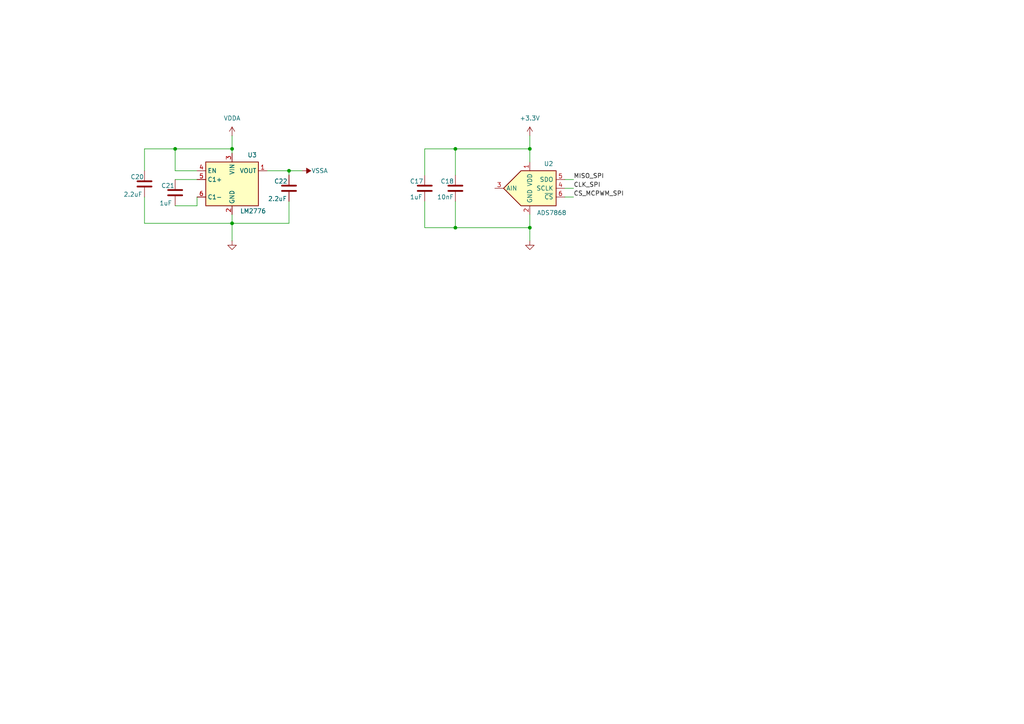
<source format=kicad_sch>
(kicad_sch
	(version 20250114)
	(generator "eeschema")
	(generator_version "9.0")
	(uuid "addd4bc6-c4ba-469d-b636-b25d3b882a28")
	(paper "A4")
	(lib_symbols
		(symbol "Analog_ADC:ADS7868"
			(pin_names
				(offset 0.762)
			)
			(exclude_from_sim no)
			(in_bom yes)
			(on_board yes)
			(property "Reference" "U"
				(at 1.27 6.35 0)
				(effects
					(font
						(size 1.27 1.27)
					)
					(justify left)
				)
			)
			(property "Value" "ADS7868"
				(at 1.27 -6.35 0)
				(effects
					(font
						(size 1.27 1.27)
					)
					(justify left)
				)
			)
			(property "Footprint" "Package_TO_SOT_SMD:TSOT-23-6"
				(at 0 -1.27 0)
				(effects
					(font
						(size 1.27 1.27)
					)
					(hide yes)
				)
			)
			(property "Datasheet" "http://www.ti.com/lit/ds/symlink/ads7866.pdf"
				(at 1.27 6.35 0)
				(effects
					(font
						(size 1.27 1.27)
					)
					(hide yes)
				)
			)
			(property "Description" "Single Channel 8-bit ADC,  100-200ksps, SPI, micro-power, SOT-23-6"
				(at 0 0 0)
				(effects
					(font
						(size 1.27 1.27)
					)
					(hide yes)
				)
			)
			(property "ki_keywords" "ADC"
				(at 0 0 0)
				(effects
					(font
						(size 1.27 1.27)
					)
					(hide yes)
				)
			)
			(property "ki_fp_filters" "*SOT?23?6*"
				(at 0 0 0)
				(effects
					(font
						(size 1.27 1.27)
					)
					(hide yes)
				)
			)
			(symbol "ADS7868_0_1"
				(polyline
					(pts
						(xy -2.54 5.08) (xy 7.62 5.08) (xy 7.62 -5.08) (xy -2.54 -5.08) (xy -7.62 0) (xy -2.54 5.08)
					)
					(stroke
						(width 0.254)
						(type default)
					)
					(fill
						(type background)
					)
				)
			)
			(symbol "ADS7868_1_1"
				(pin input line
					(at -10.16 0 0)
					(length 2.54)
					(name "AIN"
						(effects
							(font
								(size 1.27 1.27)
							)
						)
					)
					(number "3"
						(effects
							(font
								(size 1.27 1.27)
							)
						)
					)
				)
				(pin power_in line
					(at 0 7.62 270)
					(length 2.54)
					(name "VDD"
						(effects
							(font
								(size 1.27 1.27)
							)
						)
					)
					(number "1"
						(effects
							(font
								(size 1.27 1.27)
							)
						)
					)
				)
				(pin power_in line
					(at 0 -7.62 90)
					(length 2.54)
					(name "GND"
						(effects
							(font
								(size 1.27 1.27)
							)
						)
					)
					(number "2"
						(effects
							(font
								(size 1.27 1.27)
							)
						)
					)
				)
				(pin tri_state line
					(at 10.16 2.54 180)
					(length 2.54)
					(name "SDO"
						(effects
							(font
								(size 1.27 1.27)
							)
						)
					)
					(number "5"
						(effects
							(font
								(size 1.27 1.27)
							)
						)
					)
				)
				(pin input line
					(at 10.16 0 180)
					(length 2.54)
					(name "SCLK"
						(effects
							(font
								(size 1.27 1.27)
							)
						)
					)
					(number "4"
						(effects
							(font
								(size 1.27 1.27)
							)
						)
					)
				)
				(pin input line
					(at 10.16 -2.54 180)
					(length 2.54)
					(name "~{CS}"
						(effects
							(font
								(size 1.27 1.27)
							)
						)
					)
					(number "6"
						(effects
							(font
								(size 1.27 1.27)
							)
						)
					)
				)
			)
			(embedded_fonts no)
		)
		(symbol "Device:C"
			(pin_numbers
				(hide yes)
			)
			(pin_names
				(offset 0.254)
			)
			(exclude_from_sim no)
			(in_bom yes)
			(on_board yes)
			(property "Reference" "C"
				(at 0.635 2.54 0)
				(effects
					(font
						(size 1.27 1.27)
					)
					(justify left)
				)
			)
			(property "Value" "C"
				(at 0.635 -2.54 0)
				(effects
					(font
						(size 1.27 1.27)
					)
					(justify left)
				)
			)
			(property "Footprint" ""
				(at 0.9652 -3.81 0)
				(effects
					(font
						(size 1.27 1.27)
					)
					(hide yes)
				)
			)
			(property "Datasheet" "~"
				(at 0 0 0)
				(effects
					(font
						(size 1.27 1.27)
					)
					(hide yes)
				)
			)
			(property "Description" "Unpolarized capacitor"
				(at 0 0 0)
				(effects
					(font
						(size 1.27 1.27)
					)
					(hide yes)
				)
			)
			(property "ki_keywords" "cap capacitor"
				(at 0 0 0)
				(effects
					(font
						(size 1.27 1.27)
					)
					(hide yes)
				)
			)
			(property "ki_fp_filters" "C_*"
				(at 0 0 0)
				(effects
					(font
						(size 1.27 1.27)
					)
					(hide yes)
				)
			)
			(symbol "C_0_1"
				(polyline
					(pts
						(xy -2.032 0.762) (xy 2.032 0.762)
					)
					(stroke
						(width 0.508)
						(type default)
					)
					(fill
						(type none)
					)
				)
				(polyline
					(pts
						(xy -2.032 -0.762) (xy 2.032 -0.762)
					)
					(stroke
						(width 0.508)
						(type default)
					)
					(fill
						(type none)
					)
				)
			)
			(symbol "C_1_1"
				(pin passive line
					(at 0 3.81 270)
					(length 2.794)
					(name "~"
						(effects
							(font
								(size 1.27 1.27)
							)
						)
					)
					(number "1"
						(effects
							(font
								(size 1.27 1.27)
							)
						)
					)
				)
				(pin passive line
					(at 0 -3.81 90)
					(length 2.794)
					(name "~"
						(effects
							(font
								(size 1.27 1.27)
							)
						)
					)
					(number "2"
						(effects
							(font
								(size 1.27 1.27)
							)
						)
					)
				)
			)
			(embedded_fonts no)
		)
		(symbol "Regulator_SwitchedCapacitor:LM2776"
			(exclude_from_sim no)
			(in_bom yes)
			(on_board yes)
			(property "Reference" "U"
				(at -6.35 6.35 0)
				(effects
					(font
						(size 1.27 1.27)
					)
				)
			)
			(property "Value" "LM2776"
				(at 1.27 6.35 0)
				(effects
					(font
						(size 1.27 1.27)
					)
					(justify left)
				)
			)
			(property "Footprint" "Package_TO_SOT_SMD:SOT-23-6"
				(at 1.27 -8.89 0)
				(effects
					(font
						(size 1.27 1.27)
					)
					(justify left)
					(hide yes)
				)
			)
			(property "Datasheet" "http://www.ti.com/lit/ds/symlink/lm2776.pdf"
				(at -46.99 31.75 0)
				(effects
					(font
						(size 1.27 1.27)
					)
					(hide yes)
				)
			)
			(property "Description" "Switched capacitor inverter, inverts positive voltage +2.7 to +5.5V to negative, 200mA, SOT-23-6"
				(at 0 0 0)
				(effects
					(font
						(size 1.27 1.27)
					)
					(hide yes)
				)
			)
			(property "ki_keywords" "Switched capacitor inverter"
				(at 0 0 0)
				(effects
					(font
						(size 1.27 1.27)
					)
					(hide yes)
				)
			)
			(property "ki_fp_filters" "SOT?23*"
				(at 0 0 0)
				(effects
					(font
						(size 1.27 1.27)
					)
					(hide yes)
				)
			)
			(symbol "LM2776_0_1"
				(rectangle
					(start -7.62 5.08)
					(end 7.62 -7.62)
					(stroke
						(width 0.254)
						(type default)
					)
					(fill
						(type background)
					)
				)
			)
			(symbol "LM2776_1_1"
				(pin input line
					(at -10.16 2.54 0)
					(length 2.54)
					(name "EN"
						(effects
							(font
								(size 1.27 1.27)
							)
						)
					)
					(number "4"
						(effects
							(font
								(size 1.27 1.27)
							)
						)
					)
				)
				(pin passive line
					(at -10.16 0 0)
					(length 2.54)
					(name "C1+"
						(effects
							(font
								(size 1.27 1.27)
							)
						)
					)
					(number "5"
						(effects
							(font
								(size 1.27 1.27)
							)
						)
					)
				)
				(pin passive line
					(at -10.16 -5.08 0)
					(length 2.54)
					(name "C1-"
						(effects
							(font
								(size 1.27 1.27)
							)
						)
					)
					(number "6"
						(effects
							(font
								(size 1.27 1.27)
							)
						)
					)
				)
				(pin power_in line
					(at 0 7.62 270)
					(length 2.54)
					(name "VIN"
						(effects
							(font
								(size 1.27 1.27)
							)
						)
					)
					(number "3"
						(effects
							(font
								(size 1.27 1.27)
							)
						)
					)
				)
				(pin power_in line
					(at 0 -10.16 90)
					(length 2.54)
					(name "GND"
						(effects
							(font
								(size 1.27 1.27)
							)
						)
					)
					(number "2"
						(effects
							(font
								(size 1.27 1.27)
							)
						)
					)
				)
				(pin power_out line
					(at 10.16 2.54 180)
					(length 2.54)
					(name "VOUT"
						(effects
							(font
								(size 1.27 1.27)
							)
						)
					)
					(number "1"
						(effects
							(font
								(size 1.27 1.27)
							)
						)
					)
				)
			)
			(embedded_fonts no)
		)
		(symbol "power:+3.3V"
			(power)
			(pin_numbers
				(hide yes)
			)
			(pin_names
				(offset 0)
				(hide yes)
			)
			(exclude_from_sim no)
			(in_bom yes)
			(on_board yes)
			(property "Reference" "#PWR"
				(at 0 -3.81 0)
				(effects
					(font
						(size 1.27 1.27)
					)
					(hide yes)
				)
			)
			(property "Value" "+3.3V"
				(at 0 3.556 0)
				(effects
					(font
						(size 1.27 1.27)
					)
				)
			)
			(property "Footprint" ""
				(at 0 0 0)
				(effects
					(font
						(size 1.27 1.27)
					)
					(hide yes)
				)
			)
			(property "Datasheet" ""
				(at 0 0 0)
				(effects
					(font
						(size 1.27 1.27)
					)
					(hide yes)
				)
			)
			(property "Description" "Power symbol creates a global label with name \"+3.3V\""
				(at 0 0 0)
				(effects
					(font
						(size 1.27 1.27)
					)
					(hide yes)
				)
			)
			(property "ki_keywords" "global power"
				(at 0 0 0)
				(effects
					(font
						(size 1.27 1.27)
					)
					(hide yes)
				)
			)
			(symbol "+3.3V_0_1"
				(polyline
					(pts
						(xy -0.762 1.27) (xy 0 2.54)
					)
					(stroke
						(width 0)
						(type default)
					)
					(fill
						(type none)
					)
				)
				(polyline
					(pts
						(xy 0 2.54) (xy 0.762 1.27)
					)
					(stroke
						(width 0)
						(type default)
					)
					(fill
						(type none)
					)
				)
				(polyline
					(pts
						(xy 0 0) (xy 0 2.54)
					)
					(stroke
						(width 0)
						(type default)
					)
					(fill
						(type none)
					)
				)
			)
			(symbol "+3.3V_1_1"
				(pin power_in line
					(at 0 0 90)
					(length 0)
					(name "~"
						(effects
							(font
								(size 1.27 1.27)
							)
						)
					)
					(number "1"
						(effects
							(font
								(size 1.27 1.27)
							)
						)
					)
				)
			)
			(embedded_fonts no)
		)
		(symbol "power:GND"
			(power)
			(pin_numbers
				(hide yes)
			)
			(pin_names
				(offset 0)
				(hide yes)
			)
			(exclude_from_sim no)
			(in_bom yes)
			(on_board yes)
			(property "Reference" "#PWR"
				(at 0 -6.35 0)
				(effects
					(font
						(size 1.27 1.27)
					)
					(hide yes)
				)
			)
			(property "Value" "GND"
				(at 0 -3.81 0)
				(effects
					(font
						(size 1.27 1.27)
					)
				)
			)
			(property "Footprint" ""
				(at 0 0 0)
				(effects
					(font
						(size 1.27 1.27)
					)
					(hide yes)
				)
			)
			(property "Datasheet" ""
				(at 0 0 0)
				(effects
					(font
						(size 1.27 1.27)
					)
					(hide yes)
				)
			)
			(property "Description" "Power symbol creates a global label with name \"GND\" , ground"
				(at 0 0 0)
				(effects
					(font
						(size 1.27 1.27)
					)
					(hide yes)
				)
			)
			(property "ki_keywords" "global power"
				(at 0 0 0)
				(effects
					(font
						(size 1.27 1.27)
					)
					(hide yes)
				)
			)
			(symbol "GND_0_1"
				(polyline
					(pts
						(xy 0 0) (xy 0 -1.27) (xy 1.27 -1.27) (xy 0 -2.54) (xy -1.27 -1.27) (xy 0 -1.27)
					)
					(stroke
						(width 0)
						(type default)
					)
					(fill
						(type none)
					)
				)
			)
			(symbol "GND_1_1"
				(pin power_in line
					(at 0 0 270)
					(length 0)
					(name "~"
						(effects
							(font
								(size 1.27 1.27)
							)
						)
					)
					(number "1"
						(effects
							(font
								(size 1.27 1.27)
							)
						)
					)
				)
			)
			(embedded_fonts no)
		)
		(symbol "power:VDDA"
			(power)
			(pin_numbers
				(hide yes)
			)
			(pin_names
				(offset 0)
				(hide yes)
			)
			(exclude_from_sim no)
			(in_bom yes)
			(on_board yes)
			(property "Reference" "#PWR"
				(at 0 -3.81 0)
				(effects
					(font
						(size 1.27 1.27)
					)
					(hide yes)
				)
			)
			(property "Value" "VDDA"
				(at 0 3.556 0)
				(effects
					(font
						(size 1.27 1.27)
					)
				)
			)
			(property "Footprint" ""
				(at 0 0 0)
				(effects
					(font
						(size 1.27 1.27)
					)
					(hide yes)
				)
			)
			(property "Datasheet" ""
				(at 0 0 0)
				(effects
					(font
						(size 1.27 1.27)
					)
					(hide yes)
				)
			)
			(property "Description" "Power symbol creates a global label with name \"VDDA\""
				(at 0 0 0)
				(effects
					(font
						(size 1.27 1.27)
					)
					(hide yes)
				)
			)
			(property "ki_keywords" "global power"
				(at 0 0 0)
				(effects
					(font
						(size 1.27 1.27)
					)
					(hide yes)
				)
			)
			(symbol "VDDA_0_1"
				(polyline
					(pts
						(xy -0.762 1.27) (xy 0 2.54)
					)
					(stroke
						(width 0)
						(type default)
					)
					(fill
						(type none)
					)
				)
				(polyline
					(pts
						(xy 0 2.54) (xy 0.762 1.27)
					)
					(stroke
						(width 0)
						(type default)
					)
					(fill
						(type none)
					)
				)
				(polyline
					(pts
						(xy 0 0) (xy 0 2.54)
					)
					(stroke
						(width 0)
						(type default)
					)
					(fill
						(type none)
					)
				)
			)
			(symbol "VDDA_1_1"
				(pin power_in line
					(at 0 0 90)
					(length 0)
					(name "~"
						(effects
							(font
								(size 1.27 1.27)
							)
						)
					)
					(number "1"
						(effects
							(font
								(size 1.27 1.27)
							)
						)
					)
				)
			)
			(embedded_fonts no)
		)
		(symbol "power:VSSA"
			(power)
			(pin_numbers
				(hide yes)
			)
			(pin_names
				(offset 0)
				(hide yes)
			)
			(exclude_from_sim no)
			(in_bom yes)
			(on_board yes)
			(property "Reference" "#PWR"
				(at 0 -3.81 0)
				(effects
					(font
						(size 1.27 1.27)
					)
					(hide yes)
				)
			)
			(property "Value" "VSSA"
				(at 0 3.556 0)
				(effects
					(font
						(size 1.27 1.27)
					)
				)
			)
			(property "Footprint" ""
				(at 0 0 0)
				(effects
					(font
						(size 1.27 1.27)
					)
					(hide yes)
				)
			)
			(property "Datasheet" ""
				(at 0 0 0)
				(effects
					(font
						(size 1.27 1.27)
					)
					(hide yes)
				)
			)
			(property "Description" "Power symbol creates a global label with name \"VSSA\""
				(at 0 0 0)
				(effects
					(font
						(size 1.27 1.27)
					)
					(hide yes)
				)
			)
			(property "ki_keywords" "global power"
				(at 0 0 0)
				(effects
					(font
						(size 1.27 1.27)
					)
					(hide yes)
				)
			)
			(symbol "VSSA_0_1"
				(polyline
					(pts
						(xy 0 0) (xy 0 2.54)
					)
					(stroke
						(width 0)
						(type default)
					)
					(fill
						(type none)
					)
				)
				(polyline
					(pts
						(xy 0.762 1.27) (xy -0.762 1.27) (xy 0 2.54) (xy 0.762 1.27)
					)
					(stroke
						(width 0)
						(type default)
					)
					(fill
						(type outline)
					)
				)
			)
			(symbol "VSSA_1_1"
				(pin power_in line
					(at 0 0 90)
					(length 0)
					(name "~"
						(effects
							(font
								(size 1.27 1.27)
							)
						)
					)
					(number "1"
						(effects
							(font
								(size 1.27 1.27)
							)
						)
					)
				)
			)
			(embedded_fonts no)
		)
	)
	(junction
		(at 132.08 43.18)
		(diameter 0)
		(color 0 0 0 0)
		(uuid "0d8bd46b-7258-4944-abe8-0c09a1e1c050")
	)
	(junction
		(at 50.8 43.18)
		(diameter 0)
		(color 0 0 0 0)
		(uuid "2bc18f46-6221-4691-8a96-d859ab27a359")
	)
	(junction
		(at 153.67 43.18)
		(diameter 0)
		(color 0 0 0 0)
		(uuid "336aa2ca-7f03-43bd-9301-2c7db946d22c")
	)
	(junction
		(at 153.67 66.04)
		(diameter 0)
		(color 0 0 0 0)
		(uuid "36d30bdd-21d6-41b0-a5d5-d940e8eaabba")
	)
	(junction
		(at 132.08 66.04)
		(diameter 0)
		(color 0 0 0 0)
		(uuid "841da9d3-5c4e-47a9-b3df-ba3e8055019f")
	)
	(junction
		(at 67.31 64.77)
		(diameter 0)
		(color 0 0 0 0)
		(uuid "882174f7-4be3-42af-bbd8-4efaccfa95af")
	)
	(junction
		(at 67.31 43.18)
		(diameter 0)
		(color 0 0 0 0)
		(uuid "a4a1f175-a357-4146-bc6c-0111ee1fc72a")
	)
	(junction
		(at 83.82 49.53)
		(diameter 0)
		(color 0 0 0 0)
		(uuid "c8673989-a2a1-4ee4-a967-d6d4a108beaf")
	)
	(wire
		(pts
			(xy 153.67 66.04) (xy 153.67 69.85)
		)
		(stroke
			(width 0)
			(type default)
		)
		(uuid "05fb93f1-8568-452c-99a1-6b8a932eba0a")
	)
	(wire
		(pts
			(xy 50.8 59.69) (xy 57.15 59.69)
		)
		(stroke
			(width 0)
			(type default)
		)
		(uuid "061b8247-f28b-4254-9d69-3eea0c531290")
	)
	(wire
		(pts
			(xy 153.67 62.23) (xy 153.67 66.04)
		)
		(stroke
			(width 0)
			(type default)
		)
		(uuid "06b7e814-0a25-4a89-8bf6-6d7abd9ae4df")
	)
	(wire
		(pts
			(xy 83.82 49.53) (xy 83.82 50.8)
		)
		(stroke
			(width 0)
			(type default)
		)
		(uuid "1b6ab9af-782b-4369-9edb-0f608904d503")
	)
	(wire
		(pts
			(xy 67.31 64.77) (xy 83.82 64.77)
		)
		(stroke
			(width 0)
			(type default)
		)
		(uuid "27623047-711c-4014-9297-4709ffdfe309")
	)
	(wire
		(pts
			(xy 41.91 64.77) (xy 67.31 64.77)
		)
		(stroke
			(width 0)
			(type default)
		)
		(uuid "27fc464e-1088-4884-ab2a-4b76685f425a")
	)
	(wire
		(pts
			(xy 50.8 52.07) (xy 57.15 52.07)
		)
		(stroke
			(width 0)
			(type default)
		)
		(uuid "341b0b2d-9536-4016-b93d-00a4f27f4e02")
	)
	(wire
		(pts
			(xy 41.91 43.18) (xy 41.91 49.53)
		)
		(stroke
			(width 0)
			(type default)
		)
		(uuid "45e00713-6fc8-4f46-8fd9-87aa68f6609d")
	)
	(wire
		(pts
			(xy 83.82 58.42) (xy 83.82 64.77)
		)
		(stroke
			(width 0)
			(type default)
		)
		(uuid "50c75a6d-3ce1-4fb7-9d62-9b07aa51e133")
	)
	(wire
		(pts
			(xy 153.67 46.99) (xy 153.67 43.18)
		)
		(stroke
			(width 0)
			(type default)
		)
		(uuid "5261fe1c-d45b-4199-8077-99a6108097c8")
	)
	(wire
		(pts
			(xy 132.08 43.18) (xy 153.67 43.18)
		)
		(stroke
			(width 0)
			(type default)
		)
		(uuid "52b96422-9d26-4f75-a1a4-375069f41979")
	)
	(wire
		(pts
			(xy 123.19 43.18) (xy 123.19 50.8)
		)
		(stroke
			(width 0)
			(type default)
		)
		(uuid "56c42326-a214-465c-a892-b5364c3fbd71")
	)
	(wire
		(pts
			(xy 132.08 66.04) (xy 153.67 66.04)
		)
		(stroke
			(width 0)
			(type default)
		)
		(uuid "6b9afd8b-5e44-4305-bf33-10e632e4ae12")
	)
	(wire
		(pts
			(xy 83.82 49.53) (xy 87.63 49.53)
		)
		(stroke
			(width 0)
			(type default)
		)
		(uuid "6ff3da7c-b484-4210-b63e-f897fc8f78e0")
	)
	(wire
		(pts
			(xy 163.83 52.07) (xy 166.37 52.07)
		)
		(stroke
			(width 0)
			(type default)
		)
		(uuid "73e87884-9514-42ba-80a2-420fd3a54542")
	)
	(wire
		(pts
			(xy 163.83 57.15) (xy 166.37 57.15)
		)
		(stroke
			(width 0)
			(type default)
		)
		(uuid "77154ffd-7f7f-4256-b05b-f422c56c2038")
	)
	(wire
		(pts
			(xy 132.08 58.42) (xy 132.08 66.04)
		)
		(stroke
			(width 0)
			(type default)
		)
		(uuid "834cfc4d-6643-4889-bae1-e96c6cb5a2e8")
	)
	(wire
		(pts
			(xy 153.67 39.37) (xy 153.67 43.18)
		)
		(stroke
			(width 0)
			(type default)
		)
		(uuid "90543c59-11cf-4ffc-979b-bc709f713c51")
	)
	(wire
		(pts
			(xy 67.31 62.23) (xy 67.31 64.77)
		)
		(stroke
			(width 0)
			(type default)
		)
		(uuid "9ba85640-b33d-409b-9730-d3c12b91d4a5")
	)
	(wire
		(pts
			(xy 50.8 49.53) (xy 50.8 43.18)
		)
		(stroke
			(width 0)
			(type default)
		)
		(uuid "a1b15b61-a378-488c-963b-1e5765b2a95c")
	)
	(wire
		(pts
			(xy 57.15 49.53) (xy 50.8 49.53)
		)
		(stroke
			(width 0)
			(type default)
		)
		(uuid "aa69a433-32e3-419a-b848-cff060825bd9")
	)
	(wire
		(pts
			(xy 123.19 58.42) (xy 123.19 66.04)
		)
		(stroke
			(width 0)
			(type default)
		)
		(uuid "af9765fb-bada-4f24-9930-3b67b525d13d")
	)
	(wire
		(pts
			(xy 67.31 64.77) (xy 67.31 69.85)
		)
		(stroke
			(width 0)
			(type default)
		)
		(uuid "c0c74518-e079-4851-9ff9-5d0b9955ca20")
	)
	(wire
		(pts
			(xy 57.15 57.15) (xy 57.15 59.69)
		)
		(stroke
			(width 0)
			(type default)
		)
		(uuid "c307c18c-296f-4b2b-95b0-2fe140ffc301")
	)
	(wire
		(pts
			(xy 41.91 43.18) (xy 50.8 43.18)
		)
		(stroke
			(width 0)
			(type default)
		)
		(uuid "c721c66a-d8fa-41f4-84ef-7986d5fe5e63")
	)
	(wire
		(pts
			(xy 123.19 66.04) (xy 132.08 66.04)
		)
		(stroke
			(width 0)
			(type default)
		)
		(uuid "cb8b4157-a2ef-4f45-9f63-81d8d4687c1a")
	)
	(wire
		(pts
			(xy 163.83 54.61) (xy 166.37 54.61)
		)
		(stroke
			(width 0)
			(type default)
		)
		(uuid "cc21217d-be7b-4451-bfd6-477049edc793")
	)
	(wire
		(pts
			(xy 67.31 43.18) (xy 67.31 44.45)
		)
		(stroke
			(width 0)
			(type default)
		)
		(uuid "d1223d21-f2a5-4f44-8029-9cdb9605bfc0")
	)
	(wire
		(pts
			(xy 123.19 43.18) (xy 132.08 43.18)
		)
		(stroke
			(width 0)
			(type default)
		)
		(uuid "d50b337a-51f8-48f0-831f-ff2c1bdd4a3c")
	)
	(wire
		(pts
			(xy 41.91 57.15) (xy 41.91 64.77)
		)
		(stroke
			(width 0)
			(type default)
		)
		(uuid "d6818bfb-6f69-48f6-a14c-5a1f5dad1698")
	)
	(wire
		(pts
			(xy 67.31 39.37) (xy 67.31 43.18)
		)
		(stroke
			(width 0)
			(type default)
		)
		(uuid "da13af9b-231d-40b1-bbaa-9aff3d3c6b1d")
	)
	(wire
		(pts
			(xy 77.47 49.53) (xy 83.82 49.53)
		)
		(stroke
			(width 0)
			(type default)
		)
		(uuid "ddbd1975-0662-46e7-a63a-8199800ed65c")
	)
	(wire
		(pts
			(xy 50.8 43.18) (xy 67.31 43.18)
		)
		(stroke
			(width 0)
			(type default)
		)
		(uuid "f0a9af96-025f-4be2-a489-2b73fd4b751b")
	)
	(wire
		(pts
			(xy 132.08 43.18) (xy 132.08 50.8)
		)
		(stroke
			(width 0)
			(type default)
		)
		(uuid "f9a5a423-38c0-4e38-b93c-c5808b4d4112")
	)
	(label "MISO_SPI"
		(at 166.37 52.07 0)
		(effects
			(font
				(size 1.27 1.27)
			)
			(justify left bottom)
		)
		(uuid "0d41616e-7484-4c45-8085-6b18b0d2c6a1")
	)
	(label "CS_MCPWM_SPI"
		(at 166.37 57.15 0)
		(effects
			(font
				(size 1.27 1.27)
			)
			(justify left bottom)
		)
		(uuid "8075651c-442b-4a34-bb35-2d7f1f8545e7")
	)
	(label "CLK_SPI"
		(at 166.37 54.61 0)
		(effects
			(font
				(size 1.27 1.27)
			)
			(justify left bottom)
		)
		(uuid "be910ff3-0667-41a5-83f9-6003517b44b4")
	)
	(symbol
		(lib_id "Device:C")
		(at 41.91 53.34 0)
		(unit 1)
		(exclude_from_sim no)
		(in_bom yes)
		(on_board yes)
		(dnp no)
		(uuid "12b81a7a-2e90-4d5e-afd4-19d0d587d05f")
		(property "Reference" "C20"
			(at 37.846 51.308 0)
			(effects
				(font
					(size 1.27 1.27)
				)
				(justify left)
			)
		)
		(property "Value" "2.2uF"
			(at 35.814 56.388 0)
			(effects
				(font
					(size 1.27 1.27)
				)
				(justify left)
			)
		)
		(property "Footprint" ""
			(at 42.8752 57.15 0)
			(effects
				(font
					(size 1.27 1.27)
				)
				(hide yes)
			)
		)
		(property "Datasheet" "~"
			(at 41.91 53.34 0)
			(effects
				(font
					(size 1.27 1.27)
				)
				(hide yes)
			)
		)
		(property "Description" "Unpolarized capacitor"
			(at 41.91 53.34 0)
			(effects
				(font
					(size 1.27 1.27)
				)
				(hide yes)
			)
		)
		(pin "1"
			(uuid "56a6946f-b13b-401d-9055-522b119667de")
		)
		(pin "2"
			(uuid "d53de1cb-430b-4069-8414-071a7b8ee573")
		)
		(instances
			(project "Proyecto integrador 1.0"
				(path "/a6669009-f4eb-4e09-b10e-f701696d392b/6c0180a8-cb99-4bf3-b4a7-8fb36eb34591"
					(reference "C20")
					(unit 1)
				)
			)
		)
	)
	(symbol
		(lib_id "Device:C")
		(at 50.8 55.88 0)
		(unit 1)
		(exclude_from_sim no)
		(in_bom yes)
		(on_board yes)
		(dnp no)
		(uuid "1e324bdd-a603-4be1-b5de-54a0ae16a1ab")
		(property "Reference" "C21"
			(at 46.736 53.848 0)
			(effects
				(font
					(size 1.27 1.27)
				)
				(justify left)
			)
		)
		(property "Value" "1uF"
			(at 46.228 58.928 0)
			(effects
				(font
					(size 1.27 1.27)
				)
				(justify left)
			)
		)
		(property "Footprint" ""
			(at 51.7652 59.69 0)
			(effects
				(font
					(size 1.27 1.27)
				)
				(hide yes)
			)
		)
		(property "Datasheet" "~"
			(at 50.8 55.88 0)
			(effects
				(font
					(size 1.27 1.27)
				)
				(hide yes)
			)
		)
		(property "Description" "Unpolarized capacitor"
			(at 50.8 55.88 0)
			(effects
				(font
					(size 1.27 1.27)
				)
				(hide yes)
			)
		)
		(pin "1"
			(uuid "a7a3678c-a7d4-41be-976b-b2695100f808")
		)
		(pin "2"
			(uuid "42f0203c-b671-4cc7-8280-63dec4722081")
		)
		(instances
			(project "Proyecto integrador 1.0"
				(path "/a6669009-f4eb-4e09-b10e-f701696d392b/6c0180a8-cb99-4bf3-b4a7-8fb36eb34591"
					(reference "C21")
					(unit 1)
				)
			)
		)
	)
	(symbol
		(lib_id "Device:C")
		(at 83.82 54.61 0)
		(unit 1)
		(exclude_from_sim no)
		(in_bom yes)
		(on_board yes)
		(dnp no)
		(uuid "3387a3ce-7504-4f99-acd9-757c425f2e86")
		(property "Reference" "C22"
			(at 79.502 52.578 0)
			(effects
				(font
					(size 1.27 1.27)
				)
				(justify left)
			)
		)
		(property "Value" "2.2uF"
			(at 77.724 57.658 0)
			(effects
				(font
					(size 1.27 1.27)
				)
				(justify left)
			)
		)
		(property "Footprint" ""
			(at 84.7852 58.42 0)
			(effects
				(font
					(size 1.27 1.27)
				)
				(hide yes)
			)
		)
		(property "Datasheet" "~"
			(at 83.82 54.61 0)
			(effects
				(font
					(size 1.27 1.27)
				)
				(hide yes)
			)
		)
		(property "Description" "Unpolarized capacitor"
			(at 83.82 54.61 0)
			(effects
				(font
					(size 1.27 1.27)
				)
				(hide yes)
			)
		)
		(pin "1"
			(uuid "cb96f368-fca4-4976-95f0-cc4d439e88b8")
		)
		(pin "2"
			(uuid "de04e685-b5e5-4d08-84ce-c1522e8c6901")
		)
		(instances
			(project "Proyecto integrador 1.0"
				(path "/a6669009-f4eb-4e09-b10e-f701696d392b/6c0180a8-cb99-4bf3-b4a7-8fb36eb34591"
					(reference "C22")
					(unit 1)
				)
			)
		)
	)
	(symbol
		(lib_id "Analog_ADC:ADS7868")
		(at 153.67 54.61 0)
		(unit 1)
		(exclude_from_sim no)
		(in_bom yes)
		(on_board yes)
		(dnp no)
		(uuid "5597201e-933f-45ae-839e-07fdb9088dfa")
		(property "Reference" "U2"
			(at 157.734 47.498 0)
			(effects
				(font
					(size 1.27 1.27)
				)
				(justify left)
			)
		)
		(property "Value" "ADS7868"
			(at 155.702 61.722 0)
			(effects
				(font
					(size 1.27 1.27)
				)
				(justify left)
			)
		)
		(property "Footprint" "Package_TO_SOT_SMD:TSOT-23-6"
			(at 153.67 55.88 0)
			(effects
				(font
					(size 1.27 1.27)
				)
				(hide yes)
			)
		)
		(property "Datasheet" "http://www.ti.com/lit/ds/symlink/ads7866.pdf"
			(at 154.94 48.26 0)
			(effects
				(font
					(size 1.27 1.27)
				)
				(hide yes)
			)
		)
		(property "Description" "Single Channel 8-bit ADC,  100-200ksps, SPI, micro-power, SOT-23-6"
			(at 153.67 54.61 0)
			(effects
				(font
					(size 1.27 1.27)
				)
				(hide yes)
			)
		)
		(pin "6"
			(uuid "fb298e87-1ae1-40f2-8e81-ca34431ce3a1")
		)
		(pin "3"
			(uuid "33760041-683b-4739-a9c8-16eff0b165a8")
		)
		(pin "1"
			(uuid "824bfd59-3e19-4934-ad9f-c1e6c832cba0")
		)
		(pin "2"
			(uuid "f4fa120e-573d-4967-880f-565694494bc9")
		)
		(pin "5"
			(uuid "b3baa570-a804-4724-9ce0-0ea789869eb3")
		)
		(pin "4"
			(uuid "7fe646ae-0f70-486d-a76a-3be1d3506460")
		)
		(instances
			(project "Proyecto integrador 1.0"
				(path "/a6669009-f4eb-4e09-b10e-f701696d392b/6c0180a8-cb99-4bf3-b4a7-8fb36eb34591"
					(reference "U2")
					(unit 1)
				)
			)
		)
	)
	(symbol
		(lib_id "power:GND")
		(at 67.31 69.85 0)
		(unit 1)
		(exclude_from_sim no)
		(in_bom yes)
		(on_board yes)
		(dnp no)
		(fields_autoplaced yes)
		(uuid "8ce2c4fb-43d7-4b3f-880e-784e0ef279ff")
		(property "Reference" "#PWR016"
			(at 67.31 76.2 0)
			(effects
				(font
					(size 1.27 1.27)
				)
				(hide yes)
			)
		)
		(property "Value" "GND"
			(at 67.31 74.93 0)
			(effects
				(font
					(size 1.27 1.27)
				)
				(hide yes)
			)
		)
		(property "Footprint" ""
			(at 67.31 69.85 0)
			(effects
				(font
					(size 1.27 1.27)
				)
				(hide yes)
			)
		)
		(property "Datasheet" ""
			(at 67.31 69.85 0)
			(effects
				(font
					(size 1.27 1.27)
				)
				(hide yes)
			)
		)
		(property "Description" "Power symbol creates a global label with name \"GND\" , ground"
			(at 67.31 69.85 0)
			(effects
				(font
					(size 1.27 1.27)
				)
				(hide yes)
			)
		)
		(pin "1"
			(uuid "80eac072-9f80-4ae9-b461-965f804ada3d")
		)
		(instances
			(project "Proyecto integrador 1.0"
				(path "/a6669009-f4eb-4e09-b10e-f701696d392b/6c0180a8-cb99-4bf3-b4a7-8fb36eb34591"
					(reference "#PWR016")
					(unit 1)
				)
			)
		)
	)
	(symbol
		(lib_id "power:VDDA")
		(at 67.31 39.37 0)
		(unit 1)
		(exclude_from_sim no)
		(in_bom yes)
		(on_board yes)
		(dnp no)
		(fields_autoplaced yes)
		(uuid "8d36dcb6-f1d5-47ed-a755-157ad8ed2d32")
		(property "Reference" "#PWR018"
			(at 67.31 43.18 0)
			(effects
				(font
					(size 1.27 1.27)
				)
				(hide yes)
			)
		)
		(property "Value" "VDDA"
			(at 67.31 34.29 0)
			(effects
				(font
					(size 1.27 1.27)
				)
			)
		)
		(property "Footprint" ""
			(at 67.31 39.37 0)
			(effects
				(font
					(size 1.27 1.27)
				)
				(hide yes)
			)
		)
		(property "Datasheet" ""
			(at 67.31 39.37 0)
			(effects
				(font
					(size 1.27 1.27)
				)
				(hide yes)
			)
		)
		(property "Description" "Power symbol creates a global label with name \"VDDA\""
			(at 67.31 39.37 0)
			(effects
				(font
					(size 1.27 1.27)
				)
				(hide yes)
			)
		)
		(pin "1"
			(uuid "94976667-344d-4585-93c9-117dd24a1dfa")
		)
		(instances
			(project "Proyecto integrador 1.0"
				(path "/a6669009-f4eb-4e09-b10e-f701696d392b/6c0180a8-cb99-4bf3-b4a7-8fb36eb34591"
					(reference "#PWR018")
					(unit 1)
				)
			)
		)
	)
	(symbol
		(lib_id "Device:C")
		(at 123.19 54.61 0)
		(unit 1)
		(exclude_from_sim no)
		(in_bom yes)
		(on_board yes)
		(dnp no)
		(uuid "95b53cbc-1912-4513-b3c6-7a330eba1a7b")
		(property "Reference" "C17"
			(at 118.872 52.578 0)
			(effects
				(font
					(size 1.27 1.27)
				)
				(justify left)
			)
		)
		(property "Value" "1uF"
			(at 118.872 57.15 0)
			(effects
				(font
					(size 1.27 1.27)
				)
				(justify left)
			)
		)
		(property "Footprint" ""
			(at 124.1552 58.42 0)
			(effects
				(font
					(size 1.27 1.27)
				)
				(hide yes)
			)
		)
		(property "Datasheet" "~"
			(at 123.19 54.61 0)
			(effects
				(font
					(size 1.27 1.27)
				)
				(hide yes)
			)
		)
		(property "Description" "Unpolarized capacitor"
			(at 123.19 54.61 0)
			(effects
				(font
					(size 1.27 1.27)
				)
				(hide yes)
			)
		)
		(pin "1"
			(uuid "4a08a080-07e6-4bbf-8272-9c25fce3e959")
		)
		(pin "2"
			(uuid "b49611fe-2ab2-4648-b399-63b5a98ffe6e")
		)
		(instances
			(project "Proyecto integrador 1.0"
				(path "/a6669009-f4eb-4e09-b10e-f701696d392b/6c0180a8-cb99-4bf3-b4a7-8fb36eb34591"
					(reference "C17")
					(unit 1)
				)
			)
		)
	)
	(symbol
		(lib_id "power:GND")
		(at 153.67 69.85 0)
		(unit 1)
		(exclude_from_sim no)
		(in_bom yes)
		(on_board yes)
		(dnp no)
		(fields_autoplaced yes)
		(uuid "a14f2fa5-2787-4ac3-ab65-add9c367cfef")
		(property "Reference" "#PWR020"
			(at 153.67 76.2 0)
			(effects
				(font
					(size 1.27 1.27)
				)
				(hide yes)
			)
		)
		(property "Value" "GND"
			(at 153.67 74.93 0)
			(effects
				(font
					(size 1.27 1.27)
				)
				(hide yes)
			)
		)
		(property "Footprint" ""
			(at 153.67 69.85 0)
			(effects
				(font
					(size 1.27 1.27)
				)
				(hide yes)
			)
		)
		(property "Datasheet" ""
			(at 153.67 69.85 0)
			(effects
				(font
					(size 1.27 1.27)
				)
				(hide yes)
			)
		)
		(property "Description" "Power symbol creates a global label with name \"GND\" , ground"
			(at 153.67 69.85 0)
			(effects
				(font
					(size 1.27 1.27)
				)
				(hide yes)
			)
		)
		(pin "1"
			(uuid "bdbeec16-2ef5-49fe-b3fa-51351e3af89f")
		)
		(instances
			(project "Proyecto integrador 1.0"
				(path "/a6669009-f4eb-4e09-b10e-f701696d392b/6c0180a8-cb99-4bf3-b4a7-8fb36eb34591"
					(reference "#PWR020")
					(unit 1)
				)
			)
		)
	)
	(symbol
		(lib_id "power:VSSA")
		(at 87.63 49.53 270)
		(mirror x)
		(unit 1)
		(exclude_from_sim no)
		(in_bom yes)
		(on_board yes)
		(dnp no)
		(uuid "a37981e4-7e12-436f-9f52-f878247ea695")
		(property "Reference" "#PWR017"
			(at 83.82 49.53 0)
			(effects
				(font
					(size 1.27 1.27)
				)
				(hide yes)
			)
		)
		(property "Value" "VSSA"
			(at 92.71 49.53 90)
			(effects
				(font
					(size 1.27 1.27)
				)
			)
		)
		(property "Footprint" ""
			(at 87.63 49.53 0)
			(effects
				(font
					(size 1.27 1.27)
				)
				(hide yes)
			)
		)
		(property "Datasheet" ""
			(at 87.63 49.53 0)
			(effects
				(font
					(size 1.27 1.27)
				)
				(hide yes)
			)
		)
		(property "Description" "Power symbol creates a global label with name \"VSSA\""
			(at 87.63 49.53 0)
			(effects
				(font
					(size 1.27 1.27)
				)
				(hide yes)
			)
		)
		(pin "1"
			(uuid "5b06ffc1-0cd3-42c6-953a-d29c5c5160dd")
		)
		(instances
			(project "Proyecto integrador 1.0"
				(path "/a6669009-f4eb-4e09-b10e-f701696d392b/6c0180a8-cb99-4bf3-b4a7-8fb36eb34591"
					(reference "#PWR017")
					(unit 1)
				)
			)
		)
	)
	(symbol
		(lib_id "Regulator_SwitchedCapacitor:LM2776")
		(at 67.31 52.07 0)
		(unit 1)
		(exclude_from_sim no)
		(in_bom yes)
		(on_board yes)
		(dnp no)
		(uuid "af3525c0-8e23-48bc-a109-cd1005c1910f")
		(property "Reference" "U3"
			(at 73.152 44.958 0)
			(effects
				(font
					(size 1.27 1.27)
				)
			)
		)
		(property "Value" "LM2776"
			(at 73.406 61.214 0)
			(effects
				(font
					(size 1.27 1.27)
				)
			)
		)
		(property "Footprint" "Package_TO_SOT_SMD:SOT-23-6"
			(at 68.58 60.96 0)
			(effects
				(font
					(size 1.27 1.27)
				)
				(justify left)
				(hide yes)
			)
		)
		(property "Datasheet" "http://www.ti.com/lit/ds/symlink/lm2776.pdf"
			(at 20.32 20.32 0)
			(effects
				(font
					(size 1.27 1.27)
				)
				(hide yes)
			)
		)
		(property "Description" "Switched capacitor inverter, inverts positive voltage +2.7 to +5.5V to negative, 200mA, SOT-23-6"
			(at 67.31 52.07 0)
			(effects
				(font
					(size 1.27 1.27)
				)
				(hide yes)
			)
		)
		(pin "5"
			(uuid "7972b974-4276-4427-bb1e-906a6d71bf4c")
		)
		(pin "3"
			(uuid "a581bde1-e172-439e-84ae-9d2bd396c3f1")
		)
		(pin "1"
			(uuid "16708f93-9892-441f-a92e-c713217a03af")
		)
		(pin "6"
			(uuid "dc0fe2e8-4c58-476e-b99c-2a11240c32c4")
		)
		(pin "4"
			(uuid "36b2ab1d-4106-47cb-9cbd-eb22e5dd9f00")
		)
		(pin "2"
			(uuid "bb5b4dba-f586-44fd-8d89-e83f56921457")
		)
		(instances
			(project "Proyecto integrador 1.0"
				(path "/a6669009-f4eb-4e09-b10e-f701696d392b/6c0180a8-cb99-4bf3-b4a7-8fb36eb34591"
					(reference "U3")
					(unit 1)
				)
			)
		)
	)
	(symbol
		(lib_id "power:+3.3V")
		(at 153.67 39.37 0)
		(unit 1)
		(exclude_from_sim no)
		(in_bom yes)
		(on_board yes)
		(dnp no)
		(fields_autoplaced yes)
		(uuid "e2a7729e-5daf-40bb-8c29-a4449615a855")
		(property "Reference" "#PWR019"
			(at 153.67 43.18 0)
			(effects
				(font
					(size 1.27 1.27)
				)
				(hide yes)
			)
		)
		(property "Value" "+3.3V"
			(at 153.67 34.29 0)
			(effects
				(font
					(size 1.27 1.27)
				)
			)
		)
		(property "Footprint" ""
			(at 153.67 39.37 0)
			(effects
				(font
					(size 1.27 1.27)
				)
				(hide yes)
			)
		)
		(property "Datasheet" ""
			(at 153.67 39.37 0)
			(effects
				(font
					(size 1.27 1.27)
				)
				(hide yes)
			)
		)
		(property "Description" "Power symbol creates a global label with name \"+3.3V\""
			(at 153.67 39.37 0)
			(effects
				(font
					(size 1.27 1.27)
				)
				(hide yes)
			)
		)
		(pin "1"
			(uuid "3201840f-3d91-460d-88fa-82186e92d8ae")
		)
		(instances
			(project "Proyecto integrador 1.0"
				(path "/a6669009-f4eb-4e09-b10e-f701696d392b/6c0180a8-cb99-4bf3-b4a7-8fb36eb34591"
					(reference "#PWR019")
					(unit 1)
				)
			)
		)
	)
	(symbol
		(lib_id "Device:C")
		(at 132.08 54.61 0)
		(unit 1)
		(exclude_from_sim no)
		(in_bom yes)
		(on_board yes)
		(dnp no)
		(uuid "f6c9492e-5a7a-4058-bf4a-a727d4d02f2b")
		(property "Reference" "C18"
			(at 127.762 52.578 0)
			(effects
				(font
					(size 1.27 1.27)
				)
				(justify left)
			)
		)
		(property "Value" "10nF"
			(at 126.746 57.15 0)
			(effects
				(font
					(size 1.27 1.27)
				)
				(justify left)
			)
		)
		(property "Footprint" ""
			(at 133.0452 58.42 0)
			(effects
				(font
					(size 1.27 1.27)
				)
				(hide yes)
			)
		)
		(property "Datasheet" "~"
			(at 132.08 54.61 0)
			(effects
				(font
					(size 1.27 1.27)
				)
				(hide yes)
			)
		)
		(property "Description" "Unpolarized capacitor"
			(at 132.08 54.61 0)
			(effects
				(font
					(size 1.27 1.27)
				)
				(hide yes)
			)
		)
		(pin "1"
			(uuid "05b39ffa-f4ce-4516-820d-5217a743788a")
		)
		(pin "2"
			(uuid "4b3ce43d-6771-4761-9c63-63a9010b1413")
		)
		(instances
			(project "Proyecto integrador 1.0"
				(path "/a6669009-f4eb-4e09-b10e-f701696d392b/6c0180a8-cb99-4bf3-b4a7-8fb36eb34591"
					(reference "C18")
					(unit 1)
				)
			)
		)
	)
)

</source>
